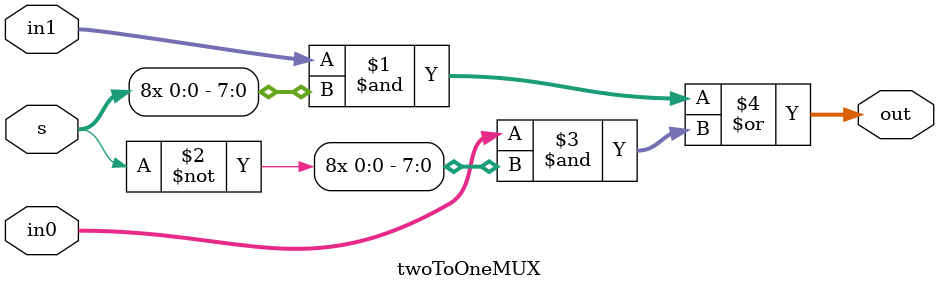
<source format=v>
module twoToOneMUX(in1, in0, s, out);
	parameter				n = 8;
	
	input			[n-1:0]			in1;
	input			[n-1:0]			in0;
	input								s;
	output wire	[n-1:0]			out;

	assign out = (in1 & {n{s}}) | (in0 & {n{~s}});

endmodule

</source>
